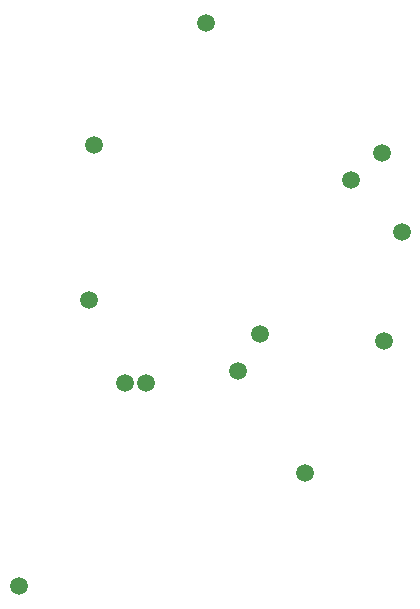
<source format=gbs>
%TF.GenerationSoftware,KiCad,Pcbnew,(5.1.10)-1*%
%TF.CreationDate,2021-06-21T00:32:37-07:00*%
%TF.ProjectId,tactileAGB,74616374-696c-4654-9147-422e6b696361,rev?*%
%TF.SameCoordinates,Original*%
%TF.FileFunction,Soldermask,Bot*%
%TF.FilePolarity,Negative*%
%FSLAX46Y46*%
G04 Gerber Fmt 4.6, Leading zero omitted, Abs format (unit mm)*
G04 Created by KiCad (PCBNEW (5.1.10)-1) date 2021-06-21 00:32:37*
%MOMM*%
%LPD*%
G01*
G04 APERTURE LIST*
%ADD10C,1.500000*%
G04 APERTURE END LIST*
D10*
%TO.C,FR2*%
X74312052Y-132454477D03*
%TD*%
%TO.C,GND2PAD1*%
X98534388Y-122960566D03*
%TD*%
%TO.C,GND3PAD1*%
X92882647Y-114324217D03*
%TD*%
%TO.C,L-SHIELDING1*%
X90160003Y-84817789D03*
%TD*%
%TO.C,TP0*%
X85083912Y-115324217D03*
%TD*%
%TO.C,TP1*%
X83299896Y-115324217D03*
%TD*%
%TO.C,TP2*%
X105265136Y-111770672D03*
%TD*%
%TO.C,TP3*%
X106728171Y-102522748D03*
%TD*%
%TO.C,TP4*%
X102436117Y-98133742D03*
%TD*%
%TO.C,TP5*%
X80670003Y-95107789D03*
%TD*%
%TO.C,TP6*%
X105085618Y-95819479D03*
%TD*%
%TO.C,TP7*%
X94735694Y-111185349D03*
%TD*%
%TO.C,VDD15*%
X80252506Y-108245768D03*
%TD*%
M02*

</source>
